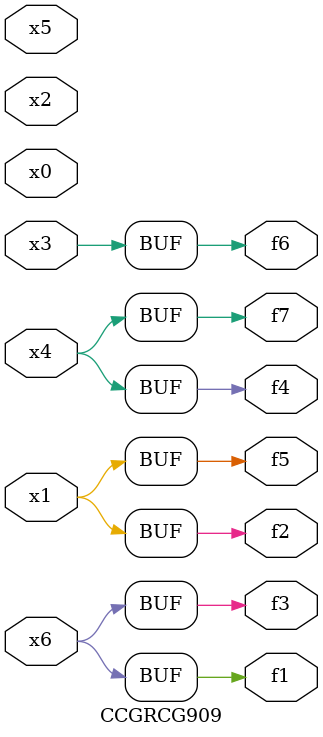
<source format=v>
module CCGRCG909(
	input x0, x1, x2, x3, x4, x5, x6,
	output f1, f2, f3, f4, f5, f6, f7
);
	assign f1 = x6;
	assign f2 = x1;
	assign f3 = x6;
	assign f4 = x4;
	assign f5 = x1;
	assign f6 = x3;
	assign f7 = x4;
endmodule

</source>
